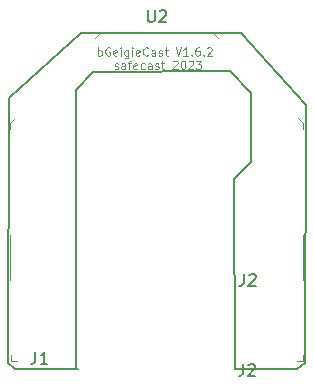
<source format=gto>
G04 #@! TF.GenerationSoftware,KiCad,Pcbnew,7.99.0-unknown-c07e9c834f~172~ubuntu22.04.1*
G04 #@! TF.CreationDate,2023-09-07T22:16:35+09:00*
G04 #@! TF.ProjectId,bGeigieCast V1.6.0(StampS3),62476569-6769-4654-9361-73742056312e,rev?*
G04 #@! TF.SameCoordinates,Original*
G04 #@! TF.FileFunction,Legend,Top*
G04 #@! TF.FilePolarity,Positive*
%FSLAX46Y46*%
G04 Gerber Fmt 4.6, Leading zero omitted, Abs format (unit mm)*
G04 Created by KiCad (PCBNEW 7.99.0-unknown-c07e9c834f~172~ubuntu22.04.1) date 2023-09-07 22:16:35*
%MOMM*%
%LPD*%
G01*
G04 APERTURE LIST*
%ADD10C,0.100000*%
%ADD11C,0.150000*%
G04 #@! TA.AperFunction,Profile*
%ADD12C,0.150000*%
G04 #@! TD*
G04 APERTURE END LIST*
D10*
X143429334Y-93171153D02*
X143429334Y-92471153D01*
X143429334Y-92737820D02*
X143496001Y-92704486D01*
X143496001Y-92704486D02*
X143629334Y-92704486D01*
X143629334Y-92704486D02*
X143696001Y-92737820D01*
X143696001Y-92737820D02*
X143729334Y-92771153D01*
X143729334Y-92771153D02*
X143762668Y-92837820D01*
X143762668Y-92837820D02*
X143762668Y-93037820D01*
X143762668Y-93037820D02*
X143729334Y-93104486D01*
X143729334Y-93104486D02*
X143696001Y-93137820D01*
X143696001Y-93137820D02*
X143629334Y-93171153D01*
X143629334Y-93171153D02*
X143496001Y-93171153D01*
X143496001Y-93171153D02*
X143429334Y-93137820D01*
X144429334Y-92504486D02*
X144362667Y-92471153D01*
X144362667Y-92471153D02*
X144262667Y-92471153D01*
X144262667Y-92471153D02*
X144162667Y-92504486D01*
X144162667Y-92504486D02*
X144096001Y-92571153D01*
X144096001Y-92571153D02*
X144062667Y-92637820D01*
X144062667Y-92637820D02*
X144029334Y-92771153D01*
X144029334Y-92771153D02*
X144029334Y-92871153D01*
X144029334Y-92871153D02*
X144062667Y-93004486D01*
X144062667Y-93004486D02*
X144096001Y-93071153D01*
X144096001Y-93071153D02*
X144162667Y-93137820D01*
X144162667Y-93137820D02*
X144262667Y-93171153D01*
X144262667Y-93171153D02*
X144329334Y-93171153D01*
X144329334Y-93171153D02*
X144429334Y-93137820D01*
X144429334Y-93137820D02*
X144462667Y-93104486D01*
X144462667Y-93104486D02*
X144462667Y-92871153D01*
X144462667Y-92871153D02*
X144329334Y-92871153D01*
X145029334Y-93137820D02*
X144962667Y-93171153D01*
X144962667Y-93171153D02*
X144829334Y-93171153D01*
X144829334Y-93171153D02*
X144762667Y-93137820D01*
X144762667Y-93137820D02*
X144729334Y-93071153D01*
X144729334Y-93071153D02*
X144729334Y-92804486D01*
X144729334Y-92804486D02*
X144762667Y-92737820D01*
X144762667Y-92737820D02*
X144829334Y-92704486D01*
X144829334Y-92704486D02*
X144962667Y-92704486D01*
X144962667Y-92704486D02*
X145029334Y-92737820D01*
X145029334Y-92737820D02*
X145062667Y-92804486D01*
X145062667Y-92804486D02*
X145062667Y-92871153D01*
X145062667Y-92871153D02*
X144729334Y-92937820D01*
X145362667Y-93171153D02*
X145362667Y-92704486D01*
X145362667Y-92471153D02*
X145329334Y-92504486D01*
X145329334Y-92504486D02*
X145362667Y-92537820D01*
X145362667Y-92537820D02*
X145396001Y-92504486D01*
X145396001Y-92504486D02*
X145362667Y-92471153D01*
X145362667Y-92471153D02*
X145362667Y-92537820D01*
X145996000Y-92704486D02*
X145996000Y-93271153D01*
X145996000Y-93271153D02*
X145962667Y-93337820D01*
X145962667Y-93337820D02*
X145929334Y-93371153D01*
X145929334Y-93371153D02*
X145862667Y-93404486D01*
X145862667Y-93404486D02*
X145762667Y-93404486D01*
X145762667Y-93404486D02*
X145696000Y-93371153D01*
X145996000Y-93137820D02*
X145929334Y-93171153D01*
X145929334Y-93171153D02*
X145796000Y-93171153D01*
X145796000Y-93171153D02*
X145729334Y-93137820D01*
X145729334Y-93137820D02*
X145696000Y-93104486D01*
X145696000Y-93104486D02*
X145662667Y-93037820D01*
X145662667Y-93037820D02*
X145662667Y-92837820D01*
X145662667Y-92837820D02*
X145696000Y-92771153D01*
X145696000Y-92771153D02*
X145729334Y-92737820D01*
X145729334Y-92737820D02*
X145796000Y-92704486D01*
X145796000Y-92704486D02*
X145929334Y-92704486D01*
X145929334Y-92704486D02*
X145996000Y-92737820D01*
X146329333Y-93171153D02*
X146329333Y-92704486D01*
X146329333Y-92471153D02*
X146296000Y-92504486D01*
X146296000Y-92504486D02*
X146329333Y-92537820D01*
X146329333Y-92537820D02*
X146362667Y-92504486D01*
X146362667Y-92504486D02*
X146329333Y-92471153D01*
X146329333Y-92471153D02*
X146329333Y-92537820D01*
X146929333Y-93137820D02*
X146862666Y-93171153D01*
X146862666Y-93171153D02*
X146729333Y-93171153D01*
X146729333Y-93171153D02*
X146662666Y-93137820D01*
X146662666Y-93137820D02*
X146629333Y-93071153D01*
X146629333Y-93071153D02*
X146629333Y-92804486D01*
X146629333Y-92804486D02*
X146662666Y-92737820D01*
X146662666Y-92737820D02*
X146729333Y-92704486D01*
X146729333Y-92704486D02*
X146862666Y-92704486D01*
X146862666Y-92704486D02*
X146929333Y-92737820D01*
X146929333Y-92737820D02*
X146962666Y-92804486D01*
X146962666Y-92804486D02*
X146962666Y-92871153D01*
X146962666Y-92871153D02*
X146629333Y-92937820D01*
X147662666Y-93104486D02*
X147629333Y-93137820D01*
X147629333Y-93137820D02*
X147529333Y-93171153D01*
X147529333Y-93171153D02*
X147462666Y-93171153D01*
X147462666Y-93171153D02*
X147362666Y-93137820D01*
X147362666Y-93137820D02*
X147296000Y-93071153D01*
X147296000Y-93071153D02*
X147262666Y-93004486D01*
X147262666Y-93004486D02*
X147229333Y-92871153D01*
X147229333Y-92871153D02*
X147229333Y-92771153D01*
X147229333Y-92771153D02*
X147262666Y-92637820D01*
X147262666Y-92637820D02*
X147296000Y-92571153D01*
X147296000Y-92571153D02*
X147362666Y-92504486D01*
X147362666Y-92504486D02*
X147462666Y-92471153D01*
X147462666Y-92471153D02*
X147529333Y-92471153D01*
X147529333Y-92471153D02*
X147629333Y-92504486D01*
X147629333Y-92504486D02*
X147662666Y-92537820D01*
X148262666Y-93171153D02*
X148262666Y-92804486D01*
X148262666Y-92804486D02*
X148229333Y-92737820D01*
X148229333Y-92737820D02*
X148162666Y-92704486D01*
X148162666Y-92704486D02*
X148029333Y-92704486D01*
X148029333Y-92704486D02*
X147962666Y-92737820D01*
X148262666Y-93137820D02*
X148196000Y-93171153D01*
X148196000Y-93171153D02*
X148029333Y-93171153D01*
X148029333Y-93171153D02*
X147962666Y-93137820D01*
X147962666Y-93137820D02*
X147929333Y-93071153D01*
X147929333Y-93071153D02*
X147929333Y-93004486D01*
X147929333Y-93004486D02*
X147962666Y-92937820D01*
X147962666Y-92937820D02*
X148029333Y-92904486D01*
X148029333Y-92904486D02*
X148196000Y-92904486D01*
X148196000Y-92904486D02*
X148262666Y-92871153D01*
X148562666Y-93137820D02*
X148629333Y-93171153D01*
X148629333Y-93171153D02*
X148762666Y-93171153D01*
X148762666Y-93171153D02*
X148829333Y-93137820D01*
X148829333Y-93137820D02*
X148862666Y-93071153D01*
X148862666Y-93071153D02*
X148862666Y-93037820D01*
X148862666Y-93037820D02*
X148829333Y-92971153D01*
X148829333Y-92971153D02*
X148762666Y-92937820D01*
X148762666Y-92937820D02*
X148662666Y-92937820D01*
X148662666Y-92937820D02*
X148595999Y-92904486D01*
X148595999Y-92904486D02*
X148562666Y-92837820D01*
X148562666Y-92837820D02*
X148562666Y-92804486D01*
X148562666Y-92804486D02*
X148595999Y-92737820D01*
X148595999Y-92737820D02*
X148662666Y-92704486D01*
X148662666Y-92704486D02*
X148762666Y-92704486D01*
X148762666Y-92704486D02*
X148829333Y-92737820D01*
X149062666Y-92704486D02*
X149329333Y-92704486D01*
X149162666Y-92471153D02*
X149162666Y-93071153D01*
X149162666Y-93071153D02*
X149196000Y-93137820D01*
X149196000Y-93137820D02*
X149262666Y-93171153D01*
X149262666Y-93171153D02*
X149329333Y-93171153D01*
X149995999Y-92471153D02*
X150229333Y-93171153D01*
X150229333Y-93171153D02*
X150462666Y-92471153D01*
X151062666Y-93171153D02*
X150662666Y-93171153D01*
X150862666Y-93171153D02*
X150862666Y-92471153D01*
X150862666Y-92471153D02*
X150795999Y-92571153D01*
X150795999Y-92571153D02*
X150729333Y-92637820D01*
X150729333Y-92637820D02*
X150662666Y-92671153D01*
X151362666Y-93104486D02*
X151396000Y-93137820D01*
X151396000Y-93137820D02*
X151362666Y-93171153D01*
X151362666Y-93171153D02*
X151329333Y-93137820D01*
X151329333Y-93137820D02*
X151362666Y-93104486D01*
X151362666Y-93104486D02*
X151362666Y-93171153D01*
X151995999Y-92471153D02*
X151862666Y-92471153D01*
X151862666Y-92471153D02*
X151795999Y-92504486D01*
X151795999Y-92504486D02*
X151762666Y-92537820D01*
X151762666Y-92537820D02*
X151695999Y-92637820D01*
X151695999Y-92637820D02*
X151662666Y-92771153D01*
X151662666Y-92771153D02*
X151662666Y-93037820D01*
X151662666Y-93037820D02*
X151695999Y-93104486D01*
X151695999Y-93104486D02*
X151729333Y-93137820D01*
X151729333Y-93137820D02*
X151795999Y-93171153D01*
X151795999Y-93171153D02*
X151929333Y-93171153D01*
X151929333Y-93171153D02*
X151995999Y-93137820D01*
X151995999Y-93137820D02*
X152029333Y-93104486D01*
X152029333Y-93104486D02*
X152062666Y-93037820D01*
X152062666Y-93037820D02*
X152062666Y-92871153D01*
X152062666Y-92871153D02*
X152029333Y-92804486D01*
X152029333Y-92804486D02*
X151995999Y-92771153D01*
X151995999Y-92771153D02*
X151929333Y-92737820D01*
X151929333Y-92737820D02*
X151795999Y-92737820D01*
X151795999Y-92737820D02*
X151729333Y-92771153D01*
X151729333Y-92771153D02*
X151695999Y-92804486D01*
X151695999Y-92804486D02*
X151662666Y-92871153D01*
X152362666Y-93104486D02*
X152396000Y-93137820D01*
X152396000Y-93137820D02*
X152362666Y-93171153D01*
X152362666Y-93171153D02*
X152329333Y-93137820D01*
X152329333Y-93137820D02*
X152362666Y-93104486D01*
X152362666Y-93104486D02*
X152362666Y-93171153D01*
X152662666Y-92537820D02*
X152695999Y-92504486D01*
X152695999Y-92504486D02*
X152762666Y-92471153D01*
X152762666Y-92471153D02*
X152929333Y-92471153D01*
X152929333Y-92471153D02*
X152995999Y-92504486D01*
X152995999Y-92504486D02*
X153029333Y-92537820D01*
X153029333Y-92537820D02*
X153062666Y-92604486D01*
X153062666Y-92604486D02*
X153062666Y-92671153D01*
X153062666Y-92671153D02*
X153029333Y-92771153D01*
X153029333Y-92771153D02*
X152629333Y-93171153D01*
X152629333Y-93171153D02*
X153062666Y-93171153D01*
X144829333Y-94264781D02*
X144896000Y-94298114D01*
X144896000Y-94298114D02*
X145029333Y-94298114D01*
X145029333Y-94298114D02*
X145096000Y-94264781D01*
X145096000Y-94264781D02*
X145129333Y-94198114D01*
X145129333Y-94198114D02*
X145129333Y-94164781D01*
X145129333Y-94164781D02*
X145096000Y-94098114D01*
X145096000Y-94098114D02*
X145029333Y-94064781D01*
X145029333Y-94064781D02*
X144929333Y-94064781D01*
X144929333Y-94064781D02*
X144862666Y-94031447D01*
X144862666Y-94031447D02*
X144829333Y-93964781D01*
X144829333Y-93964781D02*
X144829333Y-93931447D01*
X144829333Y-93931447D02*
X144862666Y-93864781D01*
X144862666Y-93864781D02*
X144929333Y-93831447D01*
X144929333Y-93831447D02*
X145029333Y-93831447D01*
X145029333Y-93831447D02*
X145096000Y-93864781D01*
X145729333Y-94298114D02*
X145729333Y-93931447D01*
X145729333Y-93931447D02*
X145696000Y-93864781D01*
X145696000Y-93864781D02*
X145629333Y-93831447D01*
X145629333Y-93831447D02*
X145496000Y-93831447D01*
X145496000Y-93831447D02*
X145429333Y-93864781D01*
X145729333Y-94264781D02*
X145662667Y-94298114D01*
X145662667Y-94298114D02*
X145496000Y-94298114D01*
X145496000Y-94298114D02*
X145429333Y-94264781D01*
X145429333Y-94264781D02*
X145396000Y-94198114D01*
X145396000Y-94198114D02*
X145396000Y-94131447D01*
X145396000Y-94131447D02*
X145429333Y-94064781D01*
X145429333Y-94064781D02*
X145496000Y-94031447D01*
X145496000Y-94031447D02*
X145662667Y-94031447D01*
X145662667Y-94031447D02*
X145729333Y-93998114D01*
X145962666Y-93831447D02*
X146229333Y-93831447D01*
X146062666Y-94298114D02*
X146062666Y-93698114D01*
X146062666Y-93698114D02*
X146096000Y-93631447D01*
X146096000Y-93631447D02*
X146162666Y-93598114D01*
X146162666Y-93598114D02*
X146229333Y-93598114D01*
X146729333Y-94264781D02*
X146662666Y-94298114D01*
X146662666Y-94298114D02*
X146529333Y-94298114D01*
X146529333Y-94298114D02*
X146462666Y-94264781D01*
X146462666Y-94264781D02*
X146429333Y-94198114D01*
X146429333Y-94198114D02*
X146429333Y-93931447D01*
X146429333Y-93931447D02*
X146462666Y-93864781D01*
X146462666Y-93864781D02*
X146529333Y-93831447D01*
X146529333Y-93831447D02*
X146662666Y-93831447D01*
X146662666Y-93831447D02*
X146729333Y-93864781D01*
X146729333Y-93864781D02*
X146762666Y-93931447D01*
X146762666Y-93931447D02*
X146762666Y-93998114D01*
X146762666Y-93998114D02*
X146429333Y-94064781D01*
X147362666Y-94264781D02*
X147296000Y-94298114D01*
X147296000Y-94298114D02*
X147162666Y-94298114D01*
X147162666Y-94298114D02*
X147096000Y-94264781D01*
X147096000Y-94264781D02*
X147062666Y-94231447D01*
X147062666Y-94231447D02*
X147029333Y-94164781D01*
X147029333Y-94164781D02*
X147029333Y-93964781D01*
X147029333Y-93964781D02*
X147062666Y-93898114D01*
X147062666Y-93898114D02*
X147096000Y-93864781D01*
X147096000Y-93864781D02*
X147162666Y-93831447D01*
X147162666Y-93831447D02*
X147296000Y-93831447D01*
X147296000Y-93831447D02*
X147362666Y-93864781D01*
X147962666Y-94298114D02*
X147962666Y-93931447D01*
X147962666Y-93931447D02*
X147929333Y-93864781D01*
X147929333Y-93864781D02*
X147862666Y-93831447D01*
X147862666Y-93831447D02*
X147729333Y-93831447D01*
X147729333Y-93831447D02*
X147662666Y-93864781D01*
X147962666Y-94264781D02*
X147896000Y-94298114D01*
X147896000Y-94298114D02*
X147729333Y-94298114D01*
X147729333Y-94298114D02*
X147662666Y-94264781D01*
X147662666Y-94264781D02*
X147629333Y-94198114D01*
X147629333Y-94198114D02*
X147629333Y-94131447D01*
X147629333Y-94131447D02*
X147662666Y-94064781D01*
X147662666Y-94064781D02*
X147729333Y-94031447D01*
X147729333Y-94031447D02*
X147896000Y-94031447D01*
X147896000Y-94031447D02*
X147962666Y-93998114D01*
X148262666Y-94264781D02*
X148329333Y-94298114D01*
X148329333Y-94298114D02*
X148462666Y-94298114D01*
X148462666Y-94298114D02*
X148529333Y-94264781D01*
X148529333Y-94264781D02*
X148562666Y-94198114D01*
X148562666Y-94198114D02*
X148562666Y-94164781D01*
X148562666Y-94164781D02*
X148529333Y-94098114D01*
X148529333Y-94098114D02*
X148462666Y-94064781D01*
X148462666Y-94064781D02*
X148362666Y-94064781D01*
X148362666Y-94064781D02*
X148295999Y-94031447D01*
X148295999Y-94031447D02*
X148262666Y-93964781D01*
X148262666Y-93964781D02*
X148262666Y-93931447D01*
X148262666Y-93931447D02*
X148295999Y-93864781D01*
X148295999Y-93864781D02*
X148362666Y-93831447D01*
X148362666Y-93831447D02*
X148462666Y-93831447D01*
X148462666Y-93831447D02*
X148529333Y-93864781D01*
X148762666Y-93831447D02*
X149029333Y-93831447D01*
X148862666Y-93598114D02*
X148862666Y-94198114D01*
X148862666Y-94198114D02*
X148896000Y-94264781D01*
X148896000Y-94264781D02*
X148962666Y-94298114D01*
X148962666Y-94298114D02*
X149029333Y-94298114D01*
X149762666Y-93664781D02*
X149795999Y-93631447D01*
X149795999Y-93631447D02*
X149862666Y-93598114D01*
X149862666Y-93598114D02*
X150029333Y-93598114D01*
X150029333Y-93598114D02*
X150095999Y-93631447D01*
X150095999Y-93631447D02*
X150129333Y-93664781D01*
X150129333Y-93664781D02*
X150162666Y-93731447D01*
X150162666Y-93731447D02*
X150162666Y-93798114D01*
X150162666Y-93798114D02*
X150129333Y-93898114D01*
X150129333Y-93898114D02*
X149729333Y-94298114D01*
X149729333Y-94298114D02*
X150162666Y-94298114D01*
X150596000Y-93598114D02*
X150662666Y-93598114D01*
X150662666Y-93598114D02*
X150729333Y-93631447D01*
X150729333Y-93631447D02*
X150762666Y-93664781D01*
X150762666Y-93664781D02*
X150796000Y-93731447D01*
X150796000Y-93731447D02*
X150829333Y-93864781D01*
X150829333Y-93864781D02*
X150829333Y-94031447D01*
X150829333Y-94031447D02*
X150796000Y-94164781D01*
X150796000Y-94164781D02*
X150762666Y-94231447D01*
X150762666Y-94231447D02*
X150729333Y-94264781D01*
X150729333Y-94264781D02*
X150662666Y-94298114D01*
X150662666Y-94298114D02*
X150596000Y-94298114D01*
X150596000Y-94298114D02*
X150529333Y-94264781D01*
X150529333Y-94264781D02*
X150496000Y-94231447D01*
X150496000Y-94231447D02*
X150462666Y-94164781D01*
X150462666Y-94164781D02*
X150429333Y-94031447D01*
X150429333Y-94031447D02*
X150429333Y-93864781D01*
X150429333Y-93864781D02*
X150462666Y-93731447D01*
X150462666Y-93731447D02*
X150496000Y-93664781D01*
X150496000Y-93664781D02*
X150529333Y-93631447D01*
X150529333Y-93631447D02*
X150596000Y-93598114D01*
X151096000Y-93664781D02*
X151129333Y-93631447D01*
X151129333Y-93631447D02*
X151196000Y-93598114D01*
X151196000Y-93598114D02*
X151362667Y-93598114D01*
X151362667Y-93598114D02*
X151429333Y-93631447D01*
X151429333Y-93631447D02*
X151462667Y-93664781D01*
X151462667Y-93664781D02*
X151496000Y-93731447D01*
X151496000Y-93731447D02*
X151496000Y-93798114D01*
X151496000Y-93798114D02*
X151462667Y-93898114D01*
X151462667Y-93898114D02*
X151062667Y-94298114D01*
X151062667Y-94298114D02*
X151496000Y-94298114D01*
X151729334Y-93598114D02*
X152162667Y-93598114D01*
X152162667Y-93598114D02*
X151929334Y-93864781D01*
X151929334Y-93864781D02*
X152029334Y-93864781D01*
X152029334Y-93864781D02*
X152096000Y-93898114D01*
X152096000Y-93898114D02*
X152129334Y-93931447D01*
X152129334Y-93931447D02*
X152162667Y-93998114D01*
X152162667Y-93998114D02*
X152162667Y-94164781D01*
X152162667Y-94164781D02*
X152129334Y-94231447D01*
X152129334Y-94231447D02*
X152096000Y-94264781D01*
X152096000Y-94264781D02*
X152029334Y-94298114D01*
X152029334Y-94298114D02*
X151829334Y-94298114D01*
X151829334Y-94298114D02*
X151762667Y-94264781D01*
X151762667Y-94264781D02*
X151729334Y-94231447D01*
D11*
X155782666Y-111666819D02*
X155782666Y-112381104D01*
X155782666Y-112381104D02*
X155735047Y-112523961D01*
X155735047Y-112523961D02*
X155639809Y-112619200D01*
X155639809Y-112619200D02*
X155496952Y-112666819D01*
X155496952Y-112666819D02*
X155401714Y-112666819D01*
X156211238Y-111762057D02*
X156258857Y-111714438D01*
X156258857Y-111714438D02*
X156354095Y-111666819D01*
X156354095Y-111666819D02*
X156592190Y-111666819D01*
X156592190Y-111666819D02*
X156687428Y-111714438D01*
X156687428Y-111714438D02*
X156735047Y-111762057D01*
X156735047Y-111762057D02*
X156782666Y-111857295D01*
X156782666Y-111857295D02*
X156782666Y-111952533D01*
X156782666Y-111952533D02*
X156735047Y-112095390D01*
X156735047Y-112095390D02*
X156163619Y-112666819D01*
X156163619Y-112666819D02*
X156782666Y-112666819D01*
X155716666Y-119286819D02*
X155716666Y-120001104D01*
X155716666Y-120001104D02*
X155669047Y-120143961D01*
X155669047Y-120143961D02*
X155573809Y-120239200D01*
X155573809Y-120239200D02*
X155430952Y-120286819D01*
X155430952Y-120286819D02*
X155335714Y-120286819D01*
X156145238Y-119382057D02*
X156192857Y-119334438D01*
X156192857Y-119334438D02*
X156288095Y-119286819D01*
X156288095Y-119286819D02*
X156526190Y-119286819D01*
X156526190Y-119286819D02*
X156621428Y-119334438D01*
X156621428Y-119334438D02*
X156669047Y-119382057D01*
X156669047Y-119382057D02*
X156716666Y-119477295D01*
X156716666Y-119477295D02*
X156716666Y-119572533D01*
X156716666Y-119572533D02*
X156669047Y-119715390D01*
X156669047Y-119715390D02*
X156097619Y-120286819D01*
X156097619Y-120286819D02*
X156716666Y-120286819D01*
X138129666Y-118270819D02*
X138129666Y-118985104D01*
X138129666Y-118985104D02*
X138082047Y-119127961D01*
X138082047Y-119127961D02*
X137986809Y-119223200D01*
X137986809Y-119223200D02*
X137843952Y-119270819D01*
X137843952Y-119270819D02*
X137748714Y-119270819D01*
X139129666Y-119270819D02*
X138558238Y-119270819D01*
X138843952Y-119270819D02*
X138843952Y-118270819D01*
X138843952Y-118270819D02*
X138748714Y-118413676D01*
X138748714Y-118413676D02*
X138653476Y-118508914D01*
X138653476Y-118508914D02*
X138558238Y-118556533D01*
X147638095Y-89314819D02*
X147638095Y-90124342D01*
X147638095Y-90124342D02*
X147685714Y-90219580D01*
X147685714Y-90219580D02*
X147733333Y-90267200D01*
X147733333Y-90267200D02*
X147828571Y-90314819D01*
X147828571Y-90314819D02*
X148019047Y-90314819D01*
X148019047Y-90314819D02*
X148114285Y-90267200D01*
X148114285Y-90267200D02*
X148161904Y-90219580D01*
X148161904Y-90219580D02*
X148209523Y-90124342D01*
X148209523Y-90124342D02*
X148209523Y-89314819D01*
X148638095Y-89410057D02*
X148685714Y-89362438D01*
X148685714Y-89362438D02*
X148780952Y-89314819D01*
X148780952Y-89314819D02*
X149019047Y-89314819D01*
X149019047Y-89314819D02*
X149114285Y-89362438D01*
X149114285Y-89362438D02*
X149161904Y-89410057D01*
X149161904Y-89410057D02*
X149209523Y-89505295D01*
X149209523Y-89505295D02*
X149209523Y-89600533D01*
X149209523Y-89600533D02*
X149161904Y-89743390D01*
X149161904Y-89743390D02*
X148590476Y-90314819D01*
X148590476Y-90314819D02*
X149209523Y-90314819D01*
D10*
X136000000Y-98850000D02*
X136000000Y-99350000D01*
X136000000Y-98850000D02*
X136400000Y-98450000D01*
X136000000Y-108350000D02*
X136000000Y-112150000D01*
X136050000Y-119050000D02*
X136050000Y-118550000D01*
X136050000Y-119050000D02*
X136550000Y-119050000D01*
X143600000Y-91250000D02*
X143200000Y-91650000D01*
X143600000Y-91250000D02*
X144100000Y-91250000D01*
X153200000Y-91250000D02*
X152700000Y-91250000D01*
X153200000Y-91250000D02*
X153600000Y-91650000D01*
X160750000Y-119050000D02*
X160250000Y-119050000D01*
X160750000Y-119050000D02*
X160750000Y-118550000D01*
X160800000Y-98850000D02*
X160400000Y-98450000D01*
X160800000Y-98850000D02*
X160800000Y-99350000D01*
X160800000Y-108350000D02*
X160800000Y-112150000D01*
D12*
X135836040Y-119197000D02*
X136431000Y-119705000D01*
X135923000Y-96718000D02*
X135836040Y-119197000D01*
X141765000Y-119705000D02*
X136431000Y-119705000D01*
X160306500Y-119705000D02*
X154998400Y-119679600D01*
X160942000Y-119197000D02*
X161005500Y-97353000D01*
X142019000Y-91257000D02*
X135923000Y-96718000D01*
X160942000Y-119197000D02*
X160306500Y-119705000D01*
X141587200Y-96057600D02*
X141587200Y-119679600D01*
X156360127Y-102138500D02*
X154973000Y-103576000D01*
X155544500Y-91257000D02*
X161005500Y-97353000D01*
X154642800Y-94482800D02*
X156370000Y-96337000D01*
X154973000Y-103576000D02*
X154998400Y-119679600D01*
X155544500Y-91257000D02*
X142019000Y-91257000D01*
X142984200Y-94533600D02*
X141587200Y-96057600D01*
X154642800Y-94482800D02*
X142984200Y-94533600D01*
X156370000Y-96337000D02*
X156360127Y-102138500D01*
M02*

</source>
